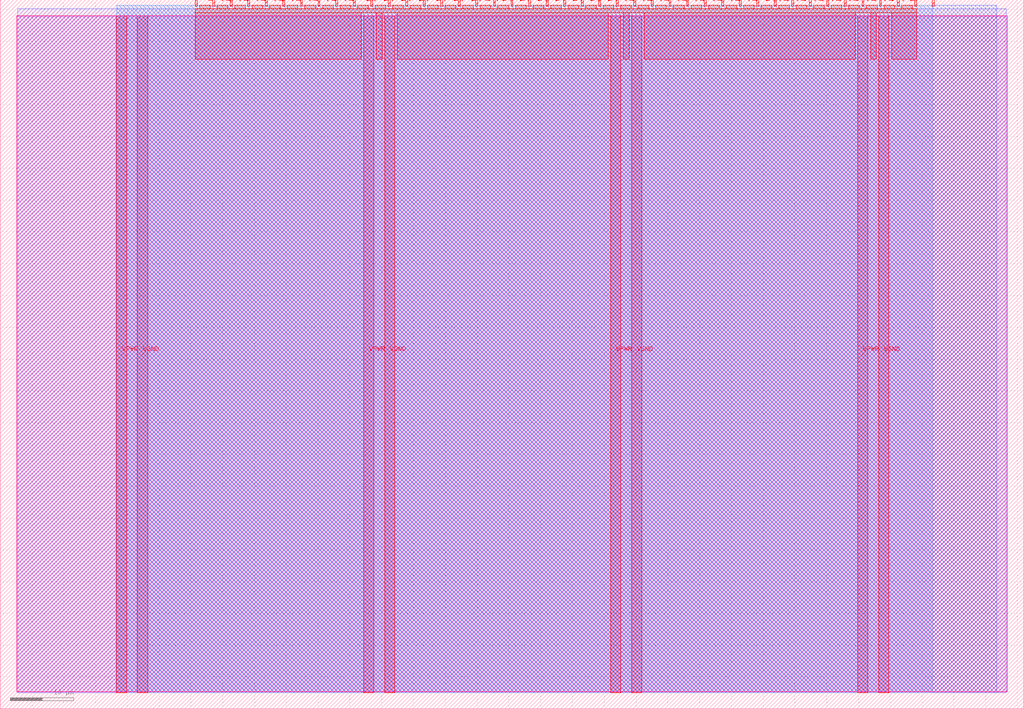
<source format=lef>
VERSION 5.7 ;
  NOWIREEXTENSIONATPIN ON ;
  DIVIDERCHAR "/" ;
  BUSBITCHARS "[]" ;
MACRO tt_um_tx_fsm
  CLASS BLOCK ;
  FOREIGN tt_um_tx_fsm ;
  ORIGIN 0.000 0.000 ;
  SIZE 161.000 BY 111.520 ;
  PIN VGND
    DIRECTION INOUT ;
    USE GROUND ;
    PORT
      LAYER met4 ;
        RECT 21.580 2.480 23.180 109.040 ;
    END
    PORT
      LAYER met4 ;
        RECT 60.450 2.480 62.050 109.040 ;
    END
    PORT
      LAYER met4 ;
        RECT 99.320 2.480 100.920 109.040 ;
    END
    PORT
      LAYER met4 ;
        RECT 138.190 2.480 139.790 109.040 ;
    END
  END VGND
  PIN VPWR
    DIRECTION INOUT ;
    USE POWER ;
    PORT
      LAYER met4 ;
        RECT 18.280 2.480 19.880 109.040 ;
    END
    PORT
      LAYER met4 ;
        RECT 57.150 2.480 58.750 109.040 ;
    END
    PORT
      LAYER met4 ;
        RECT 96.020 2.480 97.620 109.040 ;
    END
    PORT
      LAYER met4 ;
        RECT 134.890 2.480 136.490 109.040 ;
    END
  END VPWR
  PIN clk
    DIRECTION INPUT ;
    USE SIGNAL ;
    ANTENNAGATEAREA 0.852000 ;
    PORT
      LAYER met4 ;
        RECT 143.830 110.520 144.130 111.520 ;
    END
  END clk
  PIN ena
    DIRECTION INPUT ;
    USE SIGNAL ;
    PORT
      LAYER met4 ;
        RECT 146.590 110.520 146.890 111.520 ;
    END
  END ena
  PIN rst_n
    DIRECTION INPUT ;
    USE SIGNAL ;
    ANTENNAGATEAREA 0.196500 ;
    PORT
      LAYER met4 ;
        RECT 141.070 110.520 141.370 111.520 ;
    END
  END rst_n
  PIN ui_in[0]
    DIRECTION INPUT ;
    USE SIGNAL ;
    ANTENNAGATEAREA 0.213000 ;
    PORT
      LAYER met4 ;
        RECT 138.310 110.520 138.610 111.520 ;
    END
  END ui_in[0]
  PIN ui_in[1]
    DIRECTION INPUT ;
    USE SIGNAL ;
    ANTENNAGATEAREA 0.213000 ;
    PORT
      LAYER met4 ;
        RECT 135.550 110.520 135.850 111.520 ;
    END
  END ui_in[1]
  PIN ui_in[2]
    DIRECTION INPUT ;
    USE SIGNAL ;
    ANTENNAGATEAREA 0.196500 ;
    PORT
      LAYER met4 ;
        RECT 132.790 110.520 133.090 111.520 ;
    END
  END ui_in[2]
  PIN ui_in[3]
    DIRECTION INPUT ;
    USE SIGNAL ;
    ANTENNAGATEAREA 0.196500 ;
    PORT
      LAYER met4 ;
        RECT 130.030 110.520 130.330 111.520 ;
    END
  END ui_in[3]
  PIN ui_in[4]
    DIRECTION INPUT ;
    USE SIGNAL ;
    ANTENNAGATEAREA 0.196500 ;
    PORT
      LAYER met4 ;
        RECT 127.270 110.520 127.570 111.520 ;
    END
  END ui_in[4]
  PIN ui_in[5]
    DIRECTION INPUT ;
    USE SIGNAL ;
    ANTENNAGATEAREA 0.196500 ;
    PORT
      LAYER met4 ;
        RECT 124.510 110.520 124.810 111.520 ;
    END
  END ui_in[5]
  PIN ui_in[6]
    DIRECTION INPUT ;
    USE SIGNAL ;
    ANTENNAGATEAREA 0.159000 ;
    PORT
      LAYER met4 ;
        RECT 121.750 110.520 122.050 111.520 ;
    END
  END ui_in[6]
  PIN ui_in[7]
    DIRECTION INPUT ;
    USE SIGNAL ;
    ANTENNAGATEAREA 0.196500 ;
    PORT
      LAYER met4 ;
        RECT 118.990 110.520 119.290 111.520 ;
    END
  END ui_in[7]
  PIN uio_in[0]
    DIRECTION INPUT ;
    USE SIGNAL ;
    PORT
      LAYER met4 ;
        RECT 116.230 110.520 116.530 111.520 ;
    END
  END uio_in[0]
  PIN uio_in[1]
    DIRECTION INPUT ;
    USE SIGNAL ;
    PORT
      LAYER met4 ;
        RECT 113.470 110.520 113.770 111.520 ;
    END
  END uio_in[1]
  PIN uio_in[2]
    DIRECTION INPUT ;
    USE SIGNAL ;
    PORT
      LAYER met4 ;
        RECT 110.710 110.520 111.010 111.520 ;
    END
  END uio_in[2]
  PIN uio_in[3]
    DIRECTION INPUT ;
    USE SIGNAL ;
    PORT
      LAYER met4 ;
        RECT 107.950 110.520 108.250 111.520 ;
    END
  END uio_in[3]
  PIN uio_in[4]
    DIRECTION INPUT ;
    USE SIGNAL ;
    PORT
      LAYER met4 ;
        RECT 105.190 110.520 105.490 111.520 ;
    END
  END uio_in[4]
  PIN uio_in[5]
    DIRECTION INPUT ;
    USE SIGNAL ;
    PORT
      LAYER met4 ;
        RECT 102.430 110.520 102.730 111.520 ;
    END
  END uio_in[5]
  PIN uio_in[6]
    DIRECTION INPUT ;
    USE SIGNAL ;
    PORT
      LAYER met4 ;
        RECT 99.670 110.520 99.970 111.520 ;
    END
  END uio_in[6]
  PIN uio_in[7]
    DIRECTION INPUT ;
    USE SIGNAL ;
    PORT
      LAYER met4 ;
        RECT 96.910 110.520 97.210 111.520 ;
    END
  END uio_in[7]
  PIN uio_oe[0]
    DIRECTION OUTPUT ;
    USE SIGNAL ;
    PORT
      LAYER met4 ;
        RECT 49.990 110.520 50.290 111.520 ;
    END
  END uio_oe[0]
  PIN uio_oe[1]
    DIRECTION OUTPUT ;
    USE SIGNAL ;
    PORT
      LAYER met4 ;
        RECT 47.230 110.520 47.530 111.520 ;
    END
  END uio_oe[1]
  PIN uio_oe[2]
    DIRECTION OUTPUT ;
    USE SIGNAL ;
    PORT
      LAYER met4 ;
        RECT 44.470 110.520 44.770 111.520 ;
    END
  END uio_oe[2]
  PIN uio_oe[3]
    DIRECTION OUTPUT ;
    USE SIGNAL ;
    PORT
      LAYER met4 ;
        RECT 41.710 110.520 42.010 111.520 ;
    END
  END uio_oe[3]
  PIN uio_oe[4]
    DIRECTION OUTPUT ;
    USE SIGNAL ;
    PORT
      LAYER met4 ;
        RECT 38.950 110.520 39.250 111.520 ;
    END
  END uio_oe[4]
  PIN uio_oe[5]
    DIRECTION OUTPUT ;
    USE SIGNAL ;
    PORT
      LAYER met4 ;
        RECT 36.190 110.520 36.490 111.520 ;
    END
  END uio_oe[5]
  PIN uio_oe[6]
    DIRECTION OUTPUT ;
    USE SIGNAL ;
    PORT
      LAYER met4 ;
        RECT 33.430 110.520 33.730 111.520 ;
    END
  END uio_oe[6]
  PIN uio_oe[7]
    DIRECTION OUTPUT ;
    USE SIGNAL ;
    PORT
      LAYER met4 ;
        RECT 30.670 110.520 30.970 111.520 ;
    END
  END uio_oe[7]
  PIN uio_out[0]
    DIRECTION OUTPUT ;
    USE SIGNAL ;
    PORT
      LAYER met4 ;
        RECT 72.070 110.520 72.370 111.520 ;
    END
  END uio_out[0]
  PIN uio_out[1]
    DIRECTION OUTPUT ;
    USE SIGNAL ;
    PORT
      LAYER met4 ;
        RECT 69.310 110.520 69.610 111.520 ;
    END
  END uio_out[1]
  PIN uio_out[2]
    DIRECTION OUTPUT ;
    USE SIGNAL ;
    PORT
      LAYER met4 ;
        RECT 66.550 110.520 66.850 111.520 ;
    END
  END uio_out[2]
  PIN uio_out[3]
    DIRECTION OUTPUT ;
    USE SIGNAL ;
    PORT
      LAYER met4 ;
        RECT 63.790 110.520 64.090 111.520 ;
    END
  END uio_out[3]
  PIN uio_out[4]
    DIRECTION OUTPUT ;
    USE SIGNAL ;
    PORT
      LAYER met4 ;
        RECT 61.030 110.520 61.330 111.520 ;
    END
  END uio_out[4]
  PIN uio_out[5]
    DIRECTION OUTPUT ;
    USE SIGNAL ;
    PORT
      LAYER met4 ;
        RECT 58.270 110.520 58.570 111.520 ;
    END
  END uio_out[5]
  PIN uio_out[6]
    DIRECTION OUTPUT ;
    USE SIGNAL ;
    PORT
      LAYER met4 ;
        RECT 55.510 110.520 55.810 111.520 ;
    END
  END uio_out[6]
  PIN uio_out[7]
    DIRECTION OUTPUT ;
    USE SIGNAL ;
    PORT
      LAYER met4 ;
        RECT 52.750 110.520 53.050 111.520 ;
    END
  END uio_out[7]
  PIN uo_out[0]
    DIRECTION OUTPUT ;
    USE SIGNAL ;
    PORT
      LAYER met4 ;
        RECT 94.150 110.520 94.450 111.520 ;
    END
  END uo_out[0]
  PIN uo_out[1]
    DIRECTION OUTPUT ;
    USE SIGNAL ;
    PORT
      LAYER met4 ;
        RECT 91.390 110.520 91.690 111.520 ;
    END
  END uo_out[1]
  PIN uo_out[2]
    DIRECTION OUTPUT ;
    USE SIGNAL ;
    ANTENNAGATEAREA 0.247500 ;
    ANTENNADIFFAREA 0.445500 ;
    PORT
      LAYER met4 ;
        RECT 88.630 110.520 88.930 111.520 ;
    END
  END uo_out[2]
  PIN uo_out[3]
    DIRECTION OUTPUT ;
    USE SIGNAL ;
    ANTENNAGATEAREA 0.247500 ;
    ANTENNADIFFAREA 0.445500 ;
    PORT
      LAYER met4 ;
        RECT 85.870 110.520 86.170 111.520 ;
    END
  END uo_out[3]
  PIN uo_out[4]
    DIRECTION OUTPUT ;
    USE SIGNAL ;
    ANTENNAGATEAREA 0.247500 ;
    ANTENNADIFFAREA 0.445500 ;
    PORT
      LAYER met4 ;
        RECT 83.110 110.520 83.410 111.520 ;
    END
  END uo_out[4]
  PIN uo_out[5]
    DIRECTION OUTPUT ;
    USE SIGNAL ;
    ANTENNAGATEAREA 0.247500 ;
    ANTENNADIFFAREA 0.445500 ;
    PORT
      LAYER met4 ;
        RECT 80.350 110.520 80.650 111.520 ;
    END
  END uo_out[5]
  PIN uo_out[6]
    DIRECTION OUTPUT ;
    USE SIGNAL ;
    ANTENNADIFFAREA 0.445500 ;
    PORT
      LAYER met4 ;
        RECT 77.590 110.520 77.890 111.520 ;
    END
  END uo_out[6]
  PIN uo_out[7]
    DIRECTION OUTPUT ;
    USE SIGNAL ;
    ANTENNADIFFAREA 0.445500 ;
    PORT
      LAYER met4 ;
        RECT 74.830 110.520 75.130 111.520 ;
    END
  END uo_out[7]
  OBS
      LAYER nwell ;
        RECT 2.570 2.635 158.430 108.990 ;
      LAYER li1 ;
        RECT 2.760 2.635 158.240 108.885 ;
      LAYER met1 ;
        RECT 2.760 2.480 158.240 110.120 ;
      LAYER met2 ;
        RECT 18.310 2.535 156.760 110.685 ;
      LAYER met3 ;
        RECT 18.290 2.555 146.675 110.665 ;
      LAYER met4 ;
        RECT 31.370 110.120 33.030 110.665 ;
        RECT 34.130 110.120 35.790 110.665 ;
        RECT 36.890 110.120 38.550 110.665 ;
        RECT 39.650 110.120 41.310 110.665 ;
        RECT 42.410 110.120 44.070 110.665 ;
        RECT 45.170 110.120 46.830 110.665 ;
        RECT 47.930 110.120 49.590 110.665 ;
        RECT 50.690 110.120 52.350 110.665 ;
        RECT 53.450 110.120 55.110 110.665 ;
        RECT 56.210 110.120 57.870 110.665 ;
        RECT 58.970 110.120 60.630 110.665 ;
        RECT 61.730 110.120 63.390 110.665 ;
        RECT 64.490 110.120 66.150 110.665 ;
        RECT 67.250 110.120 68.910 110.665 ;
        RECT 70.010 110.120 71.670 110.665 ;
        RECT 72.770 110.120 74.430 110.665 ;
        RECT 75.530 110.120 77.190 110.665 ;
        RECT 78.290 110.120 79.950 110.665 ;
        RECT 81.050 110.120 82.710 110.665 ;
        RECT 83.810 110.120 85.470 110.665 ;
        RECT 86.570 110.120 88.230 110.665 ;
        RECT 89.330 110.120 90.990 110.665 ;
        RECT 92.090 110.120 93.750 110.665 ;
        RECT 94.850 110.120 96.510 110.665 ;
        RECT 97.610 110.120 99.270 110.665 ;
        RECT 100.370 110.120 102.030 110.665 ;
        RECT 103.130 110.120 104.790 110.665 ;
        RECT 105.890 110.120 107.550 110.665 ;
        RECT 108.650 110.120 110.310 110.665 ;
        RECT 111.410 110.120 113.070 110.665 ;
        RECT 114.170 110.120 115.830 110.665 ;
        RECT 116.930 110.120 118.590 110.665 ;
        RECT 119.690 110.120 121.350 110.665 ;
        RECT 122.450 110.120 124.110 110.665 ;
        RECT 125.210 110.120 126.870 110.665 ;
        RECT 127.970 110.120 129.630 110.665 ;
        RECT 130.730 110.120 132.390 110.665 ;
        RECT 133.490 110.120 135.150 110.665 ;
        RECT 136.250 110.120 137.910 110.665 ;
        RECT 139.010 110.120 140.670 110.665 ;
        RECT 141.770 110.120 143.430 110.665 ;
        RECT 30.655 109.440 144.145 110.120 ;
        RECT 30.655 102.175 56.750 109.440 ;
        RECT 59.150 102.175 60.050 109.440 ;
        RECT 62.450 102.175 95.620 109.440 ;
        RECT 98.020 102.175 98.920 109.440 ;
        RECT 101.320 102.175 134.490 109.440 ;
        RECT 136.890 102.175 137.790 109.440 ;
        RECT 140.190 102.175 144.145 109.440 ;
  END
END tt_um_tx_fsm
END LIBRARY


</source>
